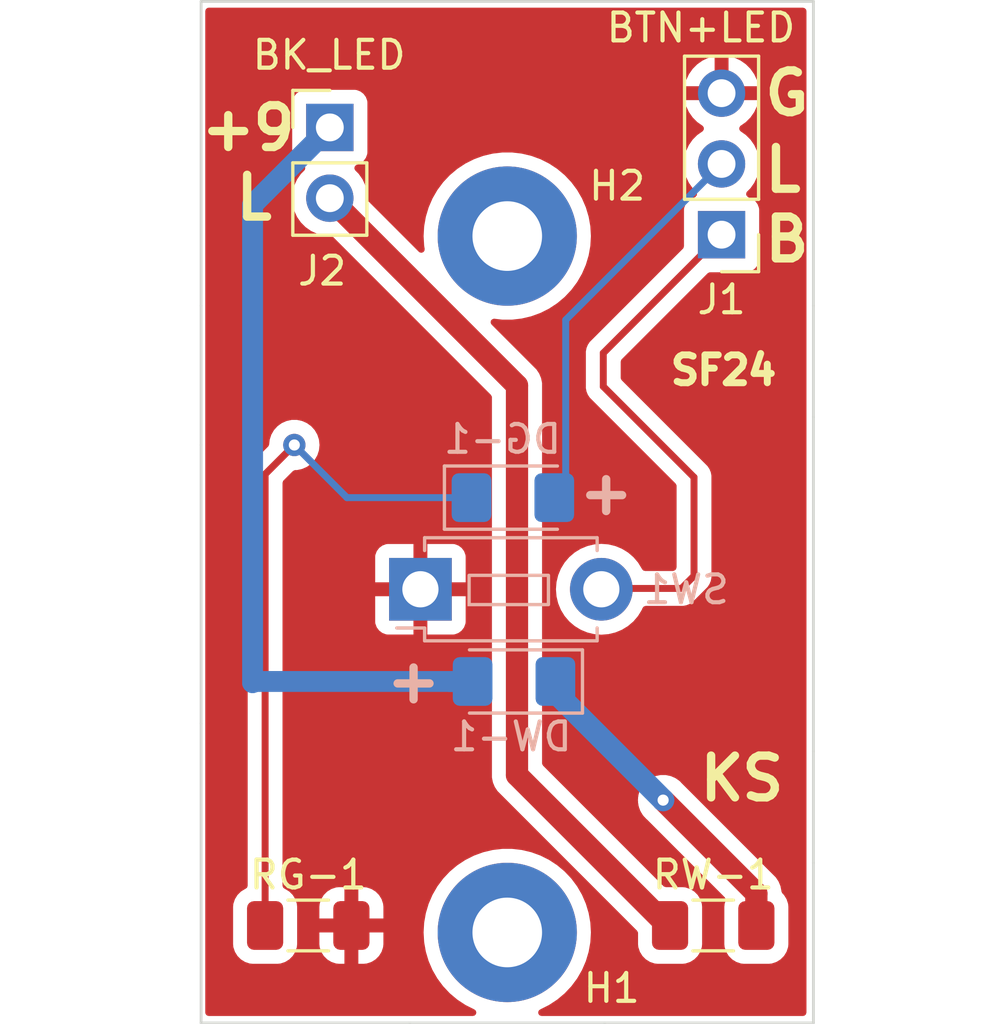
<source format=kicad_pcb>
(kicad_pcb (version 20240108) (generator "pcbnew") (generator_version "8.0")
  (layers (0 "F.Cu" signal) (31 "B.Cu" signal) (34 "B.Paste" user) (35 "F.Paste" user) (36 "B.SilkS" user "B.Silkscreen") (37 "F.SilkS" user "F.Silkscreen") (38 "B.Mask" user) (39 "F.Mask" user) (44 "Edge.Cuts" user))
  (net 0 "")
  (net 1 "+9V")
  (net 2 "/LED_INPUT")
  (net 3 "GND")
  (net 4 "/BTN_INPUT")
  (net 5 "/LED_PCB")
  (net 6 "Net-(DG-1-K)")
  (net 7 "Net-(DW-1-K)")
  (footprint "Resistor_SMD:R_1206_3216Metric_Pad1.30x1.75mm_HandSolder" (layer "F.Cu") (at 76.05 45.75)
    (property "Reference" "RW-1" (at 0 -1.82 0) (layer "F.SilkS"))
    (property "Value" "R")
    (fp_line (start -0.727064 -0.91) (end 0.727064 -0.91) (stroke (width 0.12)) (layer "F.SilkS"))
    (fp_line (start -0.727064 0.91) (end 0.727064 0.91) (stroke (width 0.12)) (layer "F.SilkS"))
    (pad "1" smd roundrect (at -1.55 0) (size 1.3 1.75) (layers "F.Cu" "F.Paste" "F.Mask") (roundrect_rratio 0.192308) (net 5 "/LED_PCB"))
    (pad "2" smd roundrect (at 1.55 0) (size 1.3 1.75) (layers "F.Cu" "F.Paste" "F.Mask") (roundrect_rratio 0.192308) (net 7 "Net-(DW-1-K)"))
  )
  (footprint "Resistor_SMD:R_1206_3216Metric_Pad1.30x1.75mm_HandSolder" (layer "F.Cu") (at 61.5 45.75)
    (property "Reference" "RG-1" (at 0 -1.82 0) (layer "F.SilkS"))
    (property "Value" "R")
    (fp_line (start -0.727064 -0.91) (end 0.727064 -0.91) (stroke (width 0.12)) (layer "F.SilkS"))
    (fp_line (start -0.727064 0.91) (end 0.727064 0.91) (stroke (width 0.12)) (layer "F.SilkS"))
    (pad "1" smd roundrect (at -1.55 0) (size 1.3 1.75) (layers "F.Cu" "F.Paste" "F.Mask") (roundrect_rratio 0.192308) (net 6 "Net-(DG-1-K)"))
    (pad "2" smd roundrect (at 1.55 0) (size 1.3 1.75) (layers "F.Cu" "F.Paste" "F.Mask") (roundrect_rratio 0.192308) (net 3 "GND"))
  )
  (footprint "Connector_PinHeader_2.54mm:PinHeader_1x02_P2.54mm_Vertical" (layer "F.Cu") (at 62.275 17.1)
    (property "Reference" "J2" (at -0.275 5.15 0) (layer "F.SilkS"))
    (property "Value" "BK_LED" (at -0.025 -2.6 0) (layer "F.SilkS"))
    (fp_line (start -1.33 -1.33) (end 0 -1.33) (stroke (width 0.12)) (layer "F.SilkS"))
    (fp_line (start -1.33 0) (end -1.33 -1.33) (stroke (width 0.12)) (layer "F.SilkS"))
    (fp_line (start -1.33 1.27) (end -1.33 3.87) (stroke (width 0.12)) (layer "F.SilkS"))
    (fp_line (start -1.33 1.27) (end 1.33 1.27) (stroke (width 0.12)) (layer "F.SilkS"))
    (fp_line (start -1.33 3.87) (end 1.33 3.87) (stroke (width 0.12)) (layer "F.SilkS"))
    (fp_line (start 1.33 1.27) (end 1.33 3.87) (stroke (width 0.12)) (layer "F.SilkS"))
    (pad "1" thru_hole rect (at 0 0) (size 1.7 1.7) (drill 1) (layers "*.Cu" "*.Mask") (net 1 "+9V"))
    (pad "2" thru_hole oval (at 0 2.54) (size 1.7 1.7) (drill 1) (layers "*.Cu" "*.Mask") (net 5 "/LED_PCB"))
  )
  (footprint "MountingHole:MountingHole_2.5mm_Pad_TopBottom" (layer "F.Cu") (at 68.65 21 180)
    (property "Reference" "H2" (at -3.95 1.8 180) (layer "F.SilkS"))
    (property "Value" "MountingHole")
    (pad "1" thru_hole circle (at 0 0 180) (size 2.9 2.9) (drill 2.5) (layers "*.Cu" "*.Mask"))
    (pad "1" connect circle (at 0 0 180) (size 5 5) (layers "F.Cu" "F.Mask"))
    (pad "1" connect circle (at 0 0 180) (size 5 5) (layers "B.Cu" "B.Mask"))
  )
  (footprint "MountingHole:MountingHole_2.5mm_Pad_TopBottom" (layer "F.Cu") (at 68.65 46 180)
    (property "Reference" "H1" (at -3.75 -2 180) (layer "F.SilkS"))
    (property "Value" "MountingHole")
    (pad "1" thru_hole circle (at 0 0 180) (size 2.9 2.9) (drill 2.5) (layers "*.Cu" "*.Mask"))
    (pad "1" connect circle (at 0 0 180) (size 5 5) (layers "F.Cu" "F.Mask"))
    (pad "1" connect circle (at 0 0 180) (size 5 5) (layers "B.Cu" "B.Mask"))
  )
  (footprint "Connector_PinHeader_2.54mm:PinHeader_1x03_P2.54mm_Vertical" (layer "F.Cu") (at 76.35 20.95 180)
    (property "Reference" "J1" (at 0 -2.33 0) (layer "F.SilkS"))
    (property "Value" "BTN+LED" (at 0.74 7.43 0) (layer "F.SilkS"))
    (fp_line (start 1.33 1.27) (end 1.33 6.41) (stroke (width 0.12)) (layer "F.SilkS"))
    (fp_line (start -1.33 6.41) (end 1.33 6.41) (stroke (width 0.12)) (layer "F.SilkS"))
    (fp_line (start -1.33 1.27) (end 1.33 1.27) (stroke (width 0.12)) (layer "F.SilkS"))
    (fp_line (start -1.33 1.27) (end -1.33 6.41) (stroke (width 0.12)) (layer "F.SilkS"))
    (fp_line (start -1.33 0) (end -1.33 -1.33) (stroke (width 0.12)) (layer "F.SilkS"))
    (fp_line (start -1.33 -1.33) (end 0 -1.33) (stroke (width 0.12)) (layer "F.SilkS"))
    (pad "1" thru_hole rect (at 0 0 180) (size 1.7 1.7) (drill 1) (layers "*.Cu" "*.Mask") (net 4 "/BTN_INPUT"))
    (pad "2" thru_hole oval (at 0 2.54 180) (size 1.7 1.7) (drill 1) (layers "*.Cu" "*.Mask") (net 2 "/LED_INPUT"))
    (pad "3" thru_hole oval (at 0 5.08 180) (size 1.7 1.7) (drill 1) (layers "*.Cu" "*.Mask") (net 3 "GND"))
  )
  (footprint "Button_Switch_THT:SW_PUSH_1P1T_6x3.5mm_H4.3_APEM_MJTP1243" (layer "B.Cu") (at 65.53 33.68)
    (property "Reference" "SW1" (at 9.55 0.01 360) (layer "B.SilkS") (effects (justify mirror)))
    (property "Value" "SW")
    (fp_line (start -0.85 1.39) (end 0.15 1.39) (stroke (width 0.12)) (layer "B.SilkS"))
    (fp_line (start 0.15 -1.85) (end 0.15 -1.39) (stroke (width 0.12)) (layer "B.SilkS"))
    (fp_line (start 0.15 1.39) (end 0.15 1.85) (stroke (width 0.12)) (layer "B.SilkS"))
    (fp_line (start 0.15 1.85) (end 6.35 1.85) (stroke (width 0.12)) (layer "B.SilkS"))
    (fp_line (start 6.35 -1.85) (end 0.15 -1.85) (stroke (width 0.12)) (layer "B.SilkS"))
    (fp_line (start 6.35 -1.85) (end 6.35 -1.39) (stroke (width 0.12)) (layer "B.SilkS"))
    (fp_line (start 6.35 1.39) (end 6.35 1.85) (stroke (width 0.12)) (layer "B.SilkS"))
    (fp_rect (start 1.75 0.55) (end 4.6 -0.5) (stroke (width 0.12)) (fill none) (layer "B.SilkS"))
    (pad "1" thru_hole rect (at 0 0 270) (size 2.25 2.25) (drill 1.3) (layers "*.Cu" "*.Mask") (net 3 "GND"))
    (pad "2" thru_hole circle (at 6.5 0 270) (size 2.25 2.25) (drill 1.3) (layers "*.Cu" "*.Mask") (net 4 "/BTN_INPUT"))
  )
  (footprint "LED_SMD:LED_1206_3216Metric_Pad1.42x1.75mm_HandSolder" (layer "B.Cu") (at 68.8525 30.39)
    (property "Reference" "DG-1" (at -0.3725 -2.1 0) (layer "B.SilkS") (effects (justify mirror)))
    (property "Value" "LED")
    (fp_line (start -2.46 -1.135) (end -2.46 1.135) (stroke (width 0.12)) (layer "B.SilkS"))
    (fp_line (start -2.46 1.135) (end 1.6 1.135) (stroke (width 0.12)) (layer "B.SilkS"))
    (fp_line (start 1.6 -1.135) (end -2.46 -1.135) (stroke (width 0.12)) (layer "B.SilkS"))
    (pad "1" smd roundrect (at -1.4875 0) (size 1.425 1.75) (layers "B.Cu" "B.Paste" "B.Mask") (roundrect_rratio 0.175439) (net 6 "Net-(DG-1-K)"))
    (pad "2" smd roundrect (at 1.4875 0) (size 1.425 1.75) (layers "B.Cu" "B.Paste" "B.Mask") (roundrect_rratio 0.175439) (net 2 "/LED_INPUT"))
  )
  (footprint "LED_SMD:LED_1206_3216Metric_Pad1.42x1.75mm_HandSolder" (layer "B.Cu") (at 68.8925 36.99 180)
    (property "Reference" "DW-1" (at 0.1025 -1.98 0) (layer "B.SilkS") (effects (justify mirror)))
    (property "Value" "LED")
    (fp_line (start 1.6 -1.135) (end -2.46 -1.135) (stroke (width 0.12)) (layer "B.SilkS"))
    (fp_line (start -2.46 1.135) (end 1.6 1.135) (stroke (width 0.12)) (layer "B.SilkS"))
    (fp_line (start -2.46 -1.135) (end -2.46 1.135) (stroke (width 0.12)) (layer "B.SilkS"))
    (pad "1" smd roundrect (at -1.4875 0 180) (size 1.425 1.75) (layers "B.Cu" "B.Paste" "B.Mask") (roundrect_rratio 0.175439) (net 7 "Net-(DW-1-K)"))
    (pad "2" smd roundrect (at 1.4875 0 180) (size 1.425 1.75) (layers "B.Cu" "B.Paste" "B.Mask") (roundrect_rratio 0.175439) (net 1 "+9V"))
  )
  (gr_line (start 57.65 28.5) (end 57.65 23.5) (stroke (width 0.1)) (layer "Edge.Cuts"))
  (gr_line (start 79.65 39.5) (end 79.65 43.5) (stroke (width 0.1)) (layer "Edge.Cuts"))
  (gr_line (start 65.15 49.25) (end 57.65 49.25) (stroke (width 0.1)) (layer "Edge.Cuts"))
  (gr_line (start 79.65 12.575) (end 79.65 23.5) (stroke (width 0.1)) (layer "Edge.Cuts"))
  (gr_line (start 72.15 49.25) (end 65.15 49.25) (stroke (width 0.1)) (layer "Edge.Cuts"))
  (gr_line (start 79.65 23.5) (end 79.65 27.5) (stroke (width 0.1)) (layer "Edge.Cuts"))
  (gr_line (start 79.65 43.5) (end 79.65 49.25) (stroke (width 0.1)) (layer "Edge.Cuts"))
  (gr_line (start 57.65 38.5) (end 57.65 28.5) (stroke (width 0.1)) (layer "Edge.Cuts"))
  (gr_line (start 79.65 49.25) (end 72.15 49.25) (stroke (width 0.1)) (layer "Edge.Cuts"))
  (gr_line (start 79.65 27.5) (end 79.65 39.5) (stroke (width 0.1)) (layer "Edge.Cuts"))
  (gr_line (start 57.65 12.575) (end 79.65 12.575) (stroke (width 0.1)) (layer "Edge.Cuts"))
  (gr_line (start 57.65 49.25) (end 57.65 38.5) (stroke (width 0.1)) (layer "Edge.Cuts"))
  (gr_line (start 57.65 23.5) (end 57.65 12.575) (stroke (width 0.1)) (layer "Edge.Cuts"))
  (gr_text "+" (at 73.33 31.07 0) (layer "B.SilkS") (effects (font (size 1.5 1.5) (thickness 0.3) (bold yes)) (justify left bottom mirror)))
  (gr_text "+" (at 66.41 37.83 0) (layer "B.SilkS") (effects (font (size 1.5 1.5) (thickness 0.3) (bold yes)) (justify left bottom mirror)))
  (gr_text "SF24" (at 74.4 26.4 0) (layer "F.SilkS") (effects (font (size 1 1) (thickness 0.25) (bold yes)) (justify left bottom)))
  (gr_text "+9" (at 57.5 18 0) (layer "F.SilkS") (effects (font (size 1.5 1.5) (thickness 0.3) (bold yes)) (justify left bottom)))
  (gr_text "KS" (at 75.42 41.35 0) (layer "F.SilkS") (effects (font (size 1.5 1.5) (thickness 0.3) (bold yes)) (justify left bottom)))
  (gr_text "G" (at 77.75 16.75 0) (layer "F.SilkS") (effects (font (size 1.5 1.5) (thickness 0.3) (bold yes)) (justify left bottom)))
  (gr_text "L" (at 58.75 20.5 0) (layer "F.SilkS") (effects (font (size 1.5 1.5) (thickness 0.3) (bold yes)) (justify left bottom)))
  (gr_text "B" (at 77.75 22 0) (layer "F.SilkS") (effects (font (size 1.5 1.5) (thickness 0.3) (bold yes)) (justify left bottom)))
  (gr_text "L" (at 77.75 19.5 0) (layer "F.SilkS") (effects (font (size 1.5 1.5) (thickness 0.3) (bold yes)) (justify left bottom)))
  (segment (start 59.5 37.03) (end 59.54 36.99) (width 0.75) (layer "B.Cu") (net 1))
  (segment (start 59.5 37.03) (end 59.56 36.97) (width 0.75) (layer "B.Cu") (net 1))
  (segment (start 62.275 17.1) (end 59.5 19.875) (width 0.75) (layer "B.Cu") (net 1))
  (segment (start 66.58 36.99) (end 67.575 36.99) (width 0.75) (layer "B.Cu") (net 1))
  (segment (start 67.575 36.99) (end 67.625 36.94) (width 0.75) (layer "B.Cu") (net 1))
  (segment (start 59.54 36.99) (end 67.405 36.99) (width 0.75) (layer "B.Cu") (net 1))
  (segment (start 59.5 19.875) (end 59.5 37.03) (width 0.75) (layer "B.Cu") (net 1))
  (segment (start 70.75 24.01) (end 70.75 30.34) (width 0.25) (layer "B.Cu") (net 2))
  (segment (start 70.75 30.34) (end 70.7 30.39) (width 0.25) (layer "B.Cu") (net 2))
  (segment (start 76.35 18.41) (end 70.75 24.01) (width 0.25) (layer "B.Cu") (net 2))
  (segment (start 72.1 26.4) (end 75.36 29.66) (width 0.25) (layer "F.Cu") (net 4))
  (segment (start 75.36 29.66) (end 75.36 33.2) (width 0.25) (layer "F.Cu") (net 4))
  (segment (start 74.91 33.65) (end 72.28 33.65) (width 0.25) (layer "F.Cu") (net 4))
  (segment (start 75.36 33.2) (end 74.91 33.65) (width 0.25) (layer "F.Cu") (net 4))
  (segment (start 76.35 20.95) (end 72.1 25.2) (width 0.25) (layer "F.Cu") (net 4))
  (segment (start 72.1 25.2) (end 72.1 26.4) (width 0.25) (layer "F.Cu") (net 4))
  (segment (start 69 40.35) (end 74.4 45.75) (width 0.8) (layer "F.Cu") (net 5))
  (segment (start 62.275 19.64) (end 69 26.365) (width 0.8) (layer "F.Cu") (net 5))
  (segment (start 69 26.365) (end 69 40.35) (width 0.8) (layer "F.Cu") (net 5))
  (segment (start 59.95 45.75) (end 59.95 29.55) (width 0.25) (layer "F.Cu") (net 6))
  (segment (start 59.95 29.55) (end 61 28.5) (width 0.25) (layer "F.Cu") (net 6))
  (via (at 61 28.5) (size 0.8) (drill 0.4) (layers "F.Cu" "B.Cu") (net 6))
  (segment (start 61 28.5) (end 62.89 30.39) (width 0.25) (layer "B.Cu") (net 6))
  (segment (start 62.89 30.39) (end 67.725 30.39) (width 0.25) (layer "B.Cu") (net 6))
  (segment (start 77.6 44.6) (end 74.25 41.25) (width 0.8) (layer "F.Cu") (net 7))
  (segment (start 77.6 45.75) (end 77.6 44.6) (width 0.8) (layer "F.Cu") (net 7))
  (via (at 74.25 41.25) (size 0.8) (drill 0.4) (layers "F.Cu" "B.Cu") (net 7))
  (segment (start 74.25 41.25) (end 70.38 37.38) (width 0.8) (layer "B.Cu") (net 7))
  (segment (start 70.43 36.94) (end 70.6 36.94) (width 0.8) (layer "B.Cu") (net 7))
  (segment (start 70.38 37.38) (end 70.38 36.99) (width 0.8) (layer "B.Cu") (net 7))
  (segment (start 70.38 36.99) (end 70.43 36.94) (width 0.8) (layer "B.Cu") (net 7))
  (zone (net 3) (net_name "GND") (layer "F.Cu") (name "GND") (connect_pads (clearance 0.5)) (min_thickness 0.25) (fill yes (thermal_gap 0.5) (thermal_bridge_width 0.5))
    (polygon (pts (xy 57.8 12.8) (xy 79.4 12.8) (xy 79.4 49) (xy 57.8 49)))
  )
)
</source>
